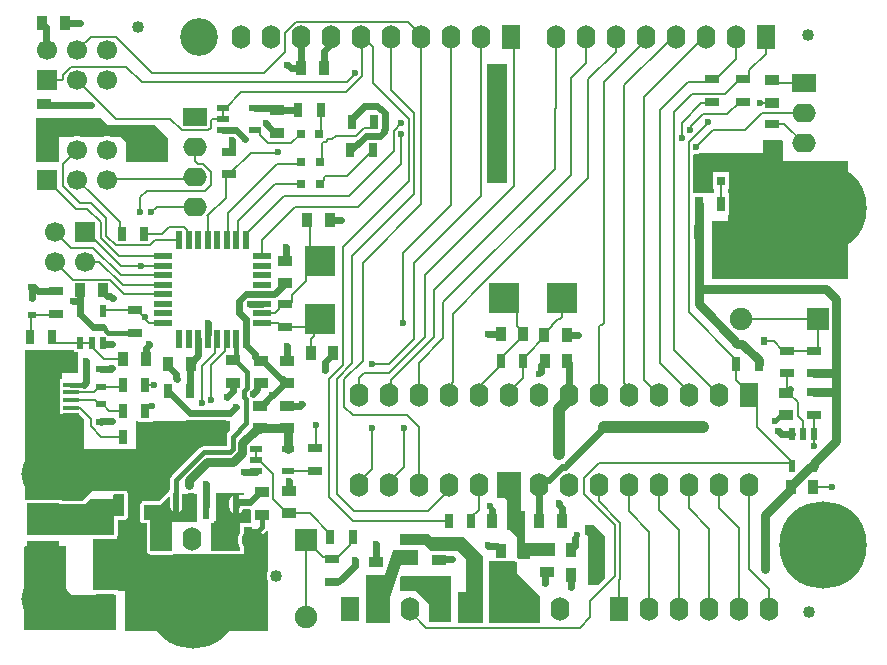
<source format=gtl>
G04*
G04 #@! TF.GenerationSoftware,Altium Limited,Altium Designer,21.3.1 (25)*
G04*
G04 Layer_Physical_Order=1*
G04 Layer_Color=255*
%FSLAX44Y44*%
%MOMM*%
G71*
G04*
G04 #@! TF.SameCoordinates,472AA62F-3F09-4C21-BF2B-41C26AEB2B16*
G04*
G04*
G04 #@! TF.FilePolarity,Positive*
G04*
G01*
G75*
%ADD10C,0.2000*%
%ADD12C,0.2540*%
%ADD13C,0.4000*%
%ADD15R,3.5000X2.2000*%
%ADD16R,0.6000X2.2000*%
%ADD17R,1.2000X0.9000*%
%ADD18R,2.7000X2.0000*%
%ADD19R,1.3000X0.7000*%
%ADD20R,0.7000X1.3000*%
%ADD21R,2.5000X2.6000*%
%ADD22R,2.6000X2.5000*%
%ADD23R,1.0000X0.5500*%
%ADD24R,0.5500X1.0000*%
%ADD25R,1.6000X3.0000*%
%ADD26R,0.8000X0.8000*%
%ADD27R,1.9000X1.9000*%
%ADD28R,1.4000X1.6000*%
%ADD29R,1.3500X0.4000*%
%ADD30R,1.5000X0.5500*%
%ADD31R,0.5500X1.5000*%
%ADD32R,0.6858X0.5588*%
%ADD33R,0.5588X0.6858*%
%ADD34R,0.9000X0.6000*%
%ADD35R,0.9000X1.2000*%
%ADD64R,1.9000X1.9000*%
%ADD65C,1.9000*%
%ADD70C,1.0160*%
%ADD71C,0.6000*%
%ADD72C,0.8000*%
%ADD73C,1.0000*%
%ADD74C,3.2000*%
%ADD75C,4.0000*%
%ADD76O,1.6000X2.0000*%
%ADD77R,1.6000X2.0000*%
%ADD78C,7.4000*%
%ADD79R,1.7000X1.7000*%
%ADD80C,1.7000*%
%ADD81O,2.0000X1.6000*%
%ADD82R,2.0000X1.6000*%
G04:AMPARAMS|DCode=83|XSize=2mm|YSize=1.2mm|CornerRadius=0.36mm|HoleSize=0mm|Usage=FLASHONLY|Rotation=0.000|XOffset=0mm|YOffset=0mm|HoleType=Round|Shape=RoundedRectangle|*
%AMROUNDEDRECTD83*
21,1,2.0000,0.4800,0,0,0.0*
21,1,1.2800,1.2000,0,0,0.0*
1,1,0.7200,0.6400,-0.2400*
1,1,0.7200,-0.6400,-0.2400*
1,1,0.7200,-0.6400,0.2400*
1,1,0.7200,0.6400,0.2400*
%
%ADD83ROUNDEDRECTD83*%
%ADD84C,0.6000*%
G36*
X80250Y432500D02*
X120000D01*
X131500Y421000D01*
Y401250D01*
X96250D01*
Y417000D01*
X91500Y421750D01*
X84219D01*
X81524Y422472D01*
X78496D01*
X75802Y421750D01*
X58818D01*
X56124Y422472D01*
X53096D01*
X50402Y421750D01*
X39250D01*
Y401500D01*
X38500Y400750D01*
X19750D01*
Y437750D01*
X75000D01*
X80250Y432500D01*
D02*
G37*
G36*
X418250Y382750D02*
X401750D01*
Y483750D01*
X418250D01*
Y382750D01*
D02*
G37*
G36*
X652000Y419000D02*
Y401750D01*
X707000D01*
X707250Y401500D01*
Y301750D01*
X592250D01*
Y351250D01*
X605250D01*
X605500Y351500D01*
Y355752D01*
X606194D01*
Y374752D01*
X605500D01*
Y378064D01*
X606566D01*
Y392064D01*
X592566D01*
Y378064D01*
X593750D01*
Y374752D01*
X593194D01*
Y374250D01*
X587194D01*
Y374752D01*
X576308D01*
Y406833D01*
X577307Y407500D01*
X579693D01*
X581899Y408414D01*
X582011Y408526D01*
X635750Y408750D01*
X635500Y409000D01*
Y419250D01*
X651750D01*
X652000Y419000D01*
D02*
G37*
G36*
X51552Y239612D02*
X55250D01*
Y222250D01*
X41750D01*
Y217410D01*
X39860D01*
Y207410D01*
Y200910D01*
Y194410D01*
Y187910D01*
X55717D01*
X60750Y182877D01*
Y158250D01*
X104250D01*
Y181250D01*
X105870D01*
Y180746D01*
X118870D01*
Y181250D01*
X180750D01*
X181423Y181922D01*
X183750D01*
Y172960D01*
X182645Y171855D01*
X181540Y170201D01*
X181152Y168250D01*
Y160348D01*
X162000D01*
X160049Y159960D01*
X158612Y159000D01*
X158500D01*
X135000Y135500D01*
Y135420D01*
X133974Y133885D01*
X133586Y131934D01*
Y123208D01*
X132684D01*
Y121934D01*
X131550Y120800D01*
X131242Y120739D01*
X130250Y120076D01*
X124174Y114000D01*
X110916D01*
X110500Y114000D01*
X110250Y114250D01*
X109750Y113750D01*
X109750Y113023D01*
X108837Y112413D01*
X108174Y111420D01*
X107941Y110250D01*
Y98000D01*
X108174Y96830D01*
X108837Y95837D01*
X109830Y95174D01*
X111000Y94941D01*
X113441D01*
Y71750D01*
X113441Y71750D01*
X113674Y70580D01*
X114337Y69587D01*
X114337Y69587D01*
X114587Y69337D01*
X114750Y69228D01*
Y69000D01*
X115092D01*
X115238Y68902D01*
Y68788D01*
X115409D01*
X115579Y68674D01*
X116750Y68441D01*
X116750Y68441D01*
X134500D01*
X135670Y68674D01*
X135841Y68788D01*
X137238D01*
Y69000D01*
X149307D01*
X151638Y68693D01*
X153969Y69000D01*
X166966D01*
X167080Y68924D01*
X168250Y68691D01*
X168250Y68691D01*
X192500D01*
X193671Y68924D01*
X193784Y69000D01*
X196500D01*
X196250Y69250D01*
Y92191D01*
X201820D01*
X202351Y92297D01*
X202977Y91126D01*
X199955Y88105D01*
X198850Y86451D01*
X198462Y84500D01*
Y80760D01*
X198850Y78809D01*
X199955Y77155D01*
X201609Y76050D01*
X203560Y75662D01*
X205511Y76050D01*
X207165Y77155D01*
X208270Y78809D01*
X208658Y80760D01*
Y82388D01*
X214425Y88155D01*
X214980Y88986D01*
X216250Y88601D01*
Y54554D01*
X215737Y53665D01*
X215186Y51610D01*
Y49482D01*
X215737Y47427D01*
X216250Y46538D01*
Y3750D01*
X95750D01*
X95500Y4000D01*
Y37500D01*
X89232D01*
Y38648D01*
X68250D01*
Y81388D01*
X88724D01*
Y84083D01*
X88826Y84330D01*
X89059Y85500D01*
Y97691D01*
X94250D01*
X94250Y97691D01*
X95421Y97924D01*
X96413Y98587D01*
X96413Y98587D01*
X96663Y98837D01*
X96772Y99000D01*
X97000D01*
Y99342D01*
X97326Y99829D01*
X97559Y101000D01*
X97559Y101000D01*
Y119500D01*
X97326Y120670D01*
X97000Y121158D01*
Y122000D01*
X96158D01*
X95670Y122326D01*
X94500Y122559D01*
X86000D01*
X85816Y122522D01*
X85628Y122536D01*
X85235Y122407D01*
X84830Y122326D01*
X84673Y122221D01*
X84495Y122163D01*
X84306Y122000D01*
X67500D01*
X59559Y114059D01*
X41900D01*
Y114600D01*
X10250D01*
Y241750D01*
X51552D01*
Y239612D01*
D02*
G37*
G36*
X155750Y96250D02*
X134750D01*
X134500Y96000D01*
Y71500D01*
X116750D01*
X116500Y71750D01*
Y98000D01*
X111000D01*
Y110250D01*
X124250D01*
X124500Y110000D01*
X132413Y117913D01*
X133586Y117427D01*
Y109208D01*
X133974Y107257D01*
X135079Y105603D01*
X136733Y104498D01*
X138684Y104110D01*
X140635Y104498D01*
X142289Y105603D01*
X143394Y107257D01*
X143782Y109208D01*
Y120000D01*
X155750D01*
Y96250D01*
D02*
G37*
G36*
X196000Y119065D02*
X189484D01*
X187143Y118599D01*
X185158Y117273D01*
X183832Y115288D01*
X183367Y112947D01*
Y109208D01*
X183832Y106867D01*
X185158Y104882D01*
X187143Y103556D01*
X189484Y103090D01*
X191825Y103556D01*
X193810Y104882D01*
X195111Y106830D01*
X200577D01*
X201820Y106054D01*
Y95250D01*
X193770D01*
X193000Y95250D01*
X192750Y95500D01*
X192500Y95250D01*
X192500Y94187D01*
Y86603D01*
X191912Y85585D01*
X191060Y82406D01*
Y79114D01*
X191912Y75935D01*
X192500Y74917D01*
Y71750D01*
X168250D01*
X167750Y72250D01*
Y95208D01*
X170084D01*
Y96500D01*
X172250D01*
Y120500D01*
X196000D01*
Y119065D01*
D02*
G37*
G36*
X94500Y101000D02*
X94250Y100750D01*
X86000D01*
Y85500D01*
X85896Y85250D01*
X12500D01*
Y110500D01*
X13563Y111000D01*
X61000D01*
X65750Y115750D01*
X85250D01*
Y118541D01*
X86000Y119500D01*
X94500D01*
Y101000D01*
D02*
G37*
G36*
X430750Y105250D02*
X434000D01*
Y78250D01*
X459500D01*
Y67500D01*
X459250Y67250D01*
X437750D01*
Y65000D01*
X437646Y64750D01*
X428594D01*
X427920Y65200D01*
X427250Y65333D01*
Y83500D01*
X421250Y89500D01*
X418500D01*
Y114750D01*
X416750Y116500D01*
X410000D01*
Y138500D01*
X430750D01*
Y105250D01*
D02*
G37*
G36*
X501250Y84000D02*
Y48250D01*
X500500Y47500D01*
X496000Y43000D01*
X486750D01*
Y84250D01*
X486000Y85000D01*
X484750D01*
Y93500D01*
X491750D01*
X501250Y84000D01*
D02*
G37*
G36*
X371500Y11000D02*
X352250D01*
Y26750D01*
X341000Y38000D01*
X328250D01*
Y48990D01*
X328584Y50000D01*
X371500D01*
Y11000D01*
D02*
G37*
G36*
X424910Y62374D02*
X426750D01*
Y52500D01*
X446250Y33000D01*
Y10750D01*
X403500D01*
Y62750D01*
X424910D01*
Y62374D01*
D02*
G37*
G36*
X343000Y59500D02*
X328500D01*
X319500Y32250D01*
Y10750D01*
X299250D01*
Y51250D01*
X315250D01*
X322438Y72500D01*
X343000D01*
Y59500D01*
D02*
G37*
G36*
X355000Y83250D02*
X382000D01*
X398500Y66750D01*
Y10428D01*
X377250D01*
Y36500D01*
X383750D01*
Y64500D01*
X376500Y71750D01*
X354500D01*
X349250Y77000D01*
X328000D01*
Y86000D01*
X352250D01*
X355000Y83250D01*
D02*
G37*
G36*
X45500Y39000D02*
X50000Y34500D01*
X87500D01*
Y7000D01*
Y4750D01*
X9500D01*
Y75000D01*
X10250Y75750D01*
X45500D01*
Y39000D01*
D02*
G37*
D10*
X655574Y208818D02*
Y221894D01*
X248560Y15760D02*
Y80760D01*
X282750Y389000D02*
X305000Y411250D01*
X263206Y385254D02*
Y387512D01*
X264694Y389000D02*
X282750D01*
X260476Y382524D02*
X263206Y385254D01*
Y387512D02*
X264694Y389000D01*
X290812Y423000D02*
X297082Y429270D01*
X303770D01*
X306000Y431500D01*
Y434500D01*
X273680Y423000D02*
X290812D01*
X270680Y420000D02*
X273680Y423000D01*
X267397Y420000D02*
X270680D01*
X265068Y417672D02*
X267397Y420000D01*
X261634Y401970D02*
Y416184D01*
X263122Y417672D02*
X265068D01*
X261634Y416184D02*
X263122Y417672D01*
X322480Y421903D02*
Y427230D01*
X329000Y433750D01*
X285110Y372110D02*
X323000Y410000D01*
Y421383D01*
X322480Y421903D02*
X323000Y421383D01*
X287500Y321500D02*
X339810Y373810D01*
X320548Y461702D02*
X339810Y442440D01*
X304750Y468000D02*
X335270Y437480D01*
X339810Y373810D02*
Y442440D01*
X335270Y384800D02*
Y437480D01*
X279398Y328928D02*
X335270Y384800D01*
X328750Y399250D02*
Y424500D01*
X292250Y362750D02*
X328750Y399250D01*
X572516Y107734D02*
X589788Y90462D01*
Y22606D02*
Y90462D01*
X572516Y107734D02*
Y127762D01*
X547750Y444750D02*
X571534Y468534D01*
X547750Y230594D02*
Y444750D01*
Y230594D02*
X572516Y205828D01*
X534500Y455750D02*
X585226Y506476D01*
X534500Y216578D02*
Y455750D01*
Y216578D02*
X547116Y203962D01*
X497804Y263270D02*
X499262D01*
X500750Y264758D02*
Y468750D01*
X535940Y503940D01*
X499262Y263270D02*
X500750Y264758D01*
X496316Y261782D02*
X497804Y263270D01*
X496316Y203962D02*
Y261782D01*
X521716Y203962D02*
Y209604D01*
X517750Y213570D02*
X521716Y209604D01*
X517750Y213570D02*
Y466000D01*
X473000Y390250D02*
Y472250D01*
X364776Y251746D02*
Y282026D01*
X473000Y390250D01*
X459590Y395090D02*
Y446760D01*
X357000Y292500D02*
X459590Y395090D01*
X357000Y252860D02*
Y292500D01*
X424180Y380680D02*
Y504444D01*
X349000Y305500D02*
X424180Y380680D01*
X349000Y252480D02*
Y305500D01*
X339750Y315000D02*
X396748Y371998D01*
Y506476D01*
X339750Y250850D02*
Y315000D01*
X330200Y323450D02*
X371348Y364598D01*
X330200Y264160D02*
Y323450D01*
X371348Y364598D02*
Y506476D01*
X190644Y336342D02*
Y351144D01*
X222024Y382524D02*
X244476D01*
X190644Y351144D02*
X222024Y382524D01*
X223904Y399154D02*
X242818D01*
X182644Y336342D02*
Y357894D01*
X223904Y399154D01*
X90505Y341955D02*
Y350246D01*
X69908Y370842D02*
X90505Y350246D01*
X69340Y370842D02*
X69908D01*
X57235Y366302D02*
X66448D01*
X78982Y353768D01*
Y338518D02*
Y353768D01*
X90505Y341955D02*
X92354Y340106D01*
X54610Y385572D02*
X69340Y370842D01*
X78982Y338518D02*
X87164Y330336D01*
X90218Y320862D02*
X127164D01*
X74442Y336638D02*
Y350027D01*
X87164Y330336D02*
X116208D01*
X74442Y336638D02*
X90218Y320862D01*
X53578Y361204D02*
X63264D01*
X74442Y350027D01*
X91638Y312862D02*
X108573D01*
X60960Y341884D02*
X68190Y334654D01*
X69846D01*
X91638Y312862D01*
X91561Y304862D02*
X127164D01*
X68169Y328254D02*
X91561Y304862D01*
X50674Y301370D02*
X82156D01*
X35560Y316484D02*
X35560D01*
X73463D02*
X93085Y296862D01*
X49190Y328254D02*
X68169D01*
X60960Y316484D02*
X73463D01*
X82156Y301370D02*
X94664Y288862D01*
X109350Y468500D02*
X219580D01*
X96180Y481670D02*
X109350Y468500D01*
X219580D02*
X219710Y468630D01*
X87290Y507070D02*
X118110Y476250D01*
X212750D02*
X230218Y493718D01*
X118110Y476250D02*
X212750D01*
X229662Y372110D02*
X285110D01*
X238750Y362750D02*
X292250D01*
X211164Y335164D02*
X238750Y362750D01*
X211164Y320862D02*
Y335164D01*
X274250Y120180D02*
X289020Y105410D01*
X274250Y217171D02*
X287500Y230420D01*
X274250Y120180D02*
Y217171D01*
X268000Y116810D02*
X287782Y97028D01*
X268000Y217341D02*
X279398Y228739D01*
X268000Y116810D02*
Y217341D01*
X280750Y193750D02*
X287810Y186690D01*
X280750Y217250D02*
X296250Y232750D01*
X280750Y193750D02*
Y217250D01*
X287500Y230420D02*
Y321500D01*
X296250Y315500D02*
X345948Y365198D01*
X296250Y232750D02*
Y315500D01*
X345948Y365198D02*
Y506476D01*
X575534Y458534D02*
X603314D01*
X560150Y443150D02*
X575534Y458534D01*
X560150Y241728D02*
Y443150D01*
X571534Y468534D02*
X592590D01*
X510540Y494040D02*
Y506476D01*
X487250Y387188D02*
Y470750D01*
X510540Y494040D01*
X473000Y472250D02*
X485140Y484390D01*
Y506476D01*
X400166Y300105D02*
X487250Y387188D01*
X517750Y466000D02*
X553651Y501900D01*
X372500Y214180D02*
Y272438D01*
X400166Y300104D01*
X369316Y203962D02*
X371892Y206537D01*
Y213571D01*
X372500Y214180D01*
X400166Y300104D02*
Y300105D01*
X320120Y215980D02*
X357000Y252860D01*
X318770Y229870D02*
X339750Y250850D01*
X319042Y222523D02*
X349000Y252480D01*
X304380Y229870D02*
X318770D01*
X297866Y222523D02*
X319042D01*
X304250Y230000D02*
X304380Y229870D01*
X320548Y461702D02*
Y506476D01*
X304750Y468000D02*
Y498500D01*
X295148Y506476D02*
X296774D01*
X304750Y498500D01*
X295830Y500152D02*
Y503794D01*
Y473653D02*
Y500152D01*
X287810Y186690D02*
X334010D01*
X592590Y468534D02*
X612140Y488084D01*
X590554Y450498D02*
X591820Y451764D01*
X582998Y450498D02*
X590554D01*
X566420Y421580D02*
Y433920D01*
X582998Y450498D01*
X603314Y458534D02*
X613260Y468480D01*
X597916Y203962D02*
Y203962D01*
X560150Y241728D02*
X597916Y203962D01*
X572230Y417730D02*
X586770Y432270D01*
X588500Y434064D02*
Y435000D01*
X572230Y273440D02*
Y417730D01*
X586770Y432334D02*
X588500Y434064D01*
X586770Y432270D02*
Y432334D01*
X573500Y428250D02*
X574162Y428912D01*
Y431162D01*
X584270Y441270D01*
X459590Y446760D02*
X459740Y446911D01*
X585226Y506476D02*
X586740D01*
X556764Y501900D02*
X561340Y506476D01*
X553651Y501900D02*
X556764D01*
X535940Y503940D02*
Y506476D01*
X450240Y255500D02*
X456930Y262190D01*
X450240Y252500D02*
Y255500D01*
X461505Y267810D02*
X463448D01*
X464936Y269298D01*
Y285750D01*
X456930Y262190D02*
Y263235D01*
X461505Y267810D01*
X459740Y446911D02*
Y506476D01*
X640588Y22606D02*
Y39227D01*
X623316Y56499D02*
Y127762D01*
Y56499D02*
X640588Y39227D01*
X597916Y107834D02*
Y127762D01*
X615188Y22606D02*
Y90562D01*
X597916Y107834D02*
X615188Y90562D01*
X547116Y106634D02*
X564388Y89362D01*
Y22606D02*
Y89362D01*
X547116Y106634D02*
Y127762D01*
X521716Y105284D02*
X538988Y88012D01*
Y22606D02*
Y88012D01*
X521716Y105284D02*
Y127762D01*
X483870Y133254D02*
X496366Y145750D01*
X657308D02*
X659434Y143624D01*
X496366Y145750D02*
X657308D01*
X483870Y119630D02*
Y133254D01*
X509750Y50010D02*
Y93750D01*
X496316Y113604D02*
X514290Y95631D01*
X496316Y113604D02*
Y127762D01*
X483870Y119630D02*
X509750Y93750D01*
X514290Y48130D02*
Y95631D01*
X513588Y47428D02*
X514290Y48130D01*
X513588Y22606D02*
Y47428D01*
X488950Y29210D02*
X509750Y50010D01*
X201588Y408750D02*
X224600D01*
X183388Y390550D02*
X201588Y408750D01*
X224600D02*
X224790Y408940D01*
X180250Y388320D02*
X182480Y390550D01*
X165442Y355942D02*
X180250Y370750D01*
Y388320D01*
X165164Y334862D02*
Y355587D01*
X181164Y334862D02*
X182644Y336342D01*
X242818Y399154D02*
X244476Y400812D01*
X260476D02*
X261634Y401970D01*
X193632Y460000D02*
X282177D01*
X180520Y446888D02*
X193632Y460000D01*
X282177D02*
X295830Y473653D01*
X230218Y493718D02*
Y510284D01*
X239680Y519746D01*
X160000Y196500D02*
Y227875D01*
X171684Y239559D01*
X578500Y413500D02*
X593061Y428061D01*
X620143D02*
X634041Y441960D01*
X593061Y428061D02*
X620143D01*
X169190Y437388D02*
X178270D01*
X54610Y469900D02*
X87122Y437388D01*
X133331D01*
X143077Y427642D01*
X165786D02*
X167702Y429557D01*
Y435900D02*
X169190Y437388D01*
X167702Y429557D02*
Y435900D01*
X143077Y427642D02*
X165786D01*
X566420Y421580D02*
X566500Y421500D01*
X584270Y441270D02*
X604742D01*
X615490Y452018D01*
X572230Y273440D02*
X612800Y232870D01*
X572516Y203962D02*
Y205828D01*
X634041Y441960D02*
X670306D01*
X422148Y506476D02*
X424180Y504444D01*
X279398Y228739D02*
Y328928D01*
X630046Y176404D02*
X657954Y148496D01*
X630046Y176404D02*
Y197232D01*
X657954Y145104D02*
Y148496D01*
X677774Y125476D02*
X678028Y125730D01*
X693420D01*
X205753Y138633D02*
X205956Y138836D01*
X195580Y138430D02*
X195783Y138633D01*
X235332Y416560D02*
X243714Y424942D01*
X209000Y423691D02*
Y426408D01*
X216131Y416560D02*
X235332D01*
X209000Y423691D02*
X216131Y416560D01*
X207520Y427888D02*
X209000Y426408D01*
X107950Y370840D02*
X113665Y376555D01*
X107950Y358140D02*
Y370840D01*
X108573Y312862D02*
X127164D01*
X113665Y376555D02*
X163195D01*
X167702Y381062D02*
Y392780D01*
X154432Y401702D02*
Y413512D01*
Y401702D02*
X156752Y399382D01*
X161100D01*
X167702Y392780D01*
X163195Y376555D02*
X167702Y381062D01*
X81280Y386842D02*
X153162D01*
X121899Y362712D02*
X154432D01*
X116840Y358140D02*
X117327D01*
X80010Y385572D02*
X81280Y386842D01*
X117327Y358140D02*
X121899Y362712D01*
X153162Y386842D02*
X154432Y388112D01*
X126663Y340106D02*
X132189Y345632D01*
X111354Y340106D02*
X126663D01*
X132189Y345632D02*
X145268D01*
X108608Y272108D02*
X115854Y264862D01*
X49610Y192910D02*
X50340Y192180D01*
X57214D01*
X74864Y168402D02*
X93370D01*
X66289Y176977D02*
X74864Y168402D01*
X66289Y176977D02*
Y183105D01*
X57214Y192180D02*
X66289Y183105D01*
X256032Y158598D02*
X256540Y159106D01*
Y177800D01*
X233337Y139217D02*
X255651D01*
X232956Y138836D02*
X233337Y139217D01*
X255651D02*
X256032Y139598D01*
X228950Y106760D02*
X232180Y103530D01*
X220090Y115886D02*
X228950Y107026D01*
X232180Y103530D02*
X251666D01*
X220090Y115886D02*
Y137077D01*
X228950Y106760D02*
Y107026D01*
X205956Y148336D02*
Y157836D01*
Y148336D02*
X207436Y146856D01*
X210310D01*
X220090Y137077D01*
X268884Y83312D02*
Y86312D01*
X251666Y103530D02*
X268884Y86312D01*
X285654Y81082D02*
X287884Y83312D01*
X273764Y64364D02*
X285654Y76254D01*
X270764Y64364D02*
X273764D01*
X285654Y76254D02*
Y81082D01*
X248560Y80760D02*
X262726Y66594D01*
X268534D01*
X270764Y64364D01*
X388468Y97028D02*
Y100028D01*
X394716Y106276D02*
Y127762D01*
X388468Y100028D02*
X394716Y106276D01*
X488950Y15240D02*
Y29210D01*
X480060Y6350D02*
X488950Y15240D01*
X350298Y6350D02*
X480060D01*
X49610Y199410D02*
X69480D01*
X49610Y205910D02*
X68654D01*
X69480Y199410D02*
X73176Y195714D01*
X74676D02*
X76176D01*
X74676Y210432D02*
X91712D01*
X68654Y205910D02*
X73176Y210432D01*
Y195714D02*
X74676D01*
X73176Y210432D02*
X74676D01*
X91712D02*
X93370Y212090D01*
X171684Y249382D02*
X173164Y250862D01*
X171684Y239559D02*
Y249382D01*
X167640Y199390D02*
Y229095D01*
X179684Y241138D01*
X114600Y194310D02*
X118110D01*
X112370Y190246D02*
Y192080D01*
X114600Y194310D01*
X179684Y249382D02*
X181164Y250862D01*
X179684Y241138D02*
Y249382D01*
X112370Y212090D02*
X119380D01*
X81644Y190246D02*
X93370D01*
X76176Y195714D02*
X81644Y190246D01*
X33630Y249842D02*
X35860Y247612D01*
X33630Y249842D02*
Y252730D01*
X35860Y247612D02*
X57302D01*
X66802D01*
X68282Y243258D02*
X77098Y234442D01*
X68282Y243258D02*
Y246132D01*
X66802Y247612D02*
X68282Y246132D01*
X77098Y234442D02*
X93726D01*
X14630Y252730D02*
X15570Y253670D01*
Y270078D02*
X16510Y271018D01*
X15570Y253670D02*
Y270078D01*
X36119Y271729D02*
X36830Y272440D01*
X17221Y271729D02*
X36119D01*
X16510Y271018D02*
X17221Y271729D01*
X76874Y275184D02*
X103378D01*
X76302Y274612D02*
X76874Y275184D01*
X106378D02*
X108608Y272954D01*
X103378Y275184D02*
X106378D01*
X115854Y264862D02*
X127164D01*
X108608Y272108D02*
Y272954D01*
X252628Y251103D02*
X254811Y253286D01*
Y262569D01*
X252628Y239522D02*
Y251103D01*
X254811Y262569D02*
X260350Y268108D01*
X253506Y261264D02*
X260350Y268108D01*
X230886Y261264D02*
X253506D01*
X224288Y264862D02*
X227886Y261264D01*
X211164Y264862D02*
X224288D01*
X227886Y261264D02*
X230886D01*
X251460Y325998D02*
Y349910D01*
X249580Y351790D02*
X251460Y349910D01*
Y325998D02*
X260350Y317108D01*
X236116Y282494D02*
Y287934D01*
X248620Y300438D02*
Y305878D01*
X230886Y280264D02*
X233886D01*
X236116Y282494D01*
Y287934D02*
X248620Y300438D01*
Y305878D02*
X259850Y317108D01*
X260350D01*
X222474Y272862D02*
X225656Y276044D01*
Y278034D02*
X227886Y280264D01*
X230886D01*
X211164Y272862D02*
X222474D01*
X225656Y276044D02*
Y278034D01*
X197164Y339612D02*
X229662Y372110D01*
X189164Y334862D02*
X190644Y336342D01*
X260960Y426188D02*
Y444500D01*
X259714Y424942D02*
X260960Y426188D01*
X205270Y427888D02*
X207520D01*
X35560Y316484D02*
X50674Y301370D01*
X94664Y288862D02*
X127164D01*
X93085Y296862D02*
X127164D01*
X35560Y341884D02*
X49190Y328254D01*
X42840Y380697D02*
X57235Y366302D01*
X29210Y385572D02*
X53578Y361204D01*
X42840Y380697D02*
Y399202D01*
X116208Y330336D02*
X120735Y334862D01*
X42840Y399202D02*
X54610Y410972D01*
X145268Y345632D02*
X147684Y343217D01*
Y336342D02*
X149164Y334862D01*
X147684Y336342D02*
Y343217D01*
X120735Y334862D02*
X141164D01*
X295830Y503794D02*
Y505794D01*
X295148Y506476D02*
X295830Y505794D01*
X285306Y470726D02*
Y471060D01*
X289560Y475314D02*
Y476250D01*
X285306Y471060D02*
X289560Y475314D01*
X219710Y468630D02*
X283210D01*
X285306Y470726D01*
X178270Y446888D02*
X180520D01*
X178270Y437388D02*
Y446888D01*
X239680Y519746D02*
X334678D01*
X345948Y506476D02*
Y508476D01*
X334678Y519746D02*
X345948Y508476D01*
X49735Y481670D02*
X96180D01*
X42840Y474775D02*
X49735Y481670D01*
X42840Y471388D02*
Y474775D01*
X41352Y469900D02*
X42840Y471388D01*
X29210Y469900D02*
X41352D01*
X66380Y507070D02*
X87290D01*
X54610Y495300D02*
X66380Y507070D01*
X432410Y218256D02*
Y232156D01*
X420116Y205962D02*
X432410Y218256D01*
X420116Y203962D02*
Y205962D01*
X435126Y237386D02*
X450240Y252500D01*
X434640Y237386D02*
X435126D01*
X432410Y235156D02*
X434640Y237386D01*
X432410Y232156D02*
Y235156D01*
X397291Y206537D02*
Y213037D01*
X394716Y203962D02*
X397291Y206537D01*
X413410Y229156D02*
Y232156D01*
X397291Y213037D02*
X413410Y229156D01*
Y232156D02*
Y235156D01*
X416026Y237386D02*
X432410Y253770D01*
X415640Y237386D02*
X416026D01*
X413410Y235156D02*
X415640Y237386D01*
X432410Y253770D02*
Y255270D01*
X427166Y262014D02*
Y274520D01*
Y262014D02*
X432410Y256770D01*
X415936Y285750D02*
X427166Y274520D01*
X432410Y255270D02*
Y256770D01*
X664590Y186061D02*
X668934Y181717D01*
X664590Y186061D02*
Y197920D01*
X656820Y205690D02*
X664590Y197920D01*
X655320Y205690D02*
X656820D01*
X668934Y170624D02*
Y181717D01*
X655320Y205690D02*
X655574Y205944D01*
Y221894D01*
X681724Y243378D02*
Y267568D01*
X679494Y241148D02*
X681724Y243378D01*
X678434Y241148D02*
X679494D01*
X678307Y241021D02*
X678434Y241148D01*
X655701Y241021D02*
X678307D01*
X655574Y240894D02*
X655701Y241021D01*
X652574Y240894D02*
X655574D01*
X636270Y248920D02*
X644548D01*
X652574Y240894D01*
X616724Y267568D02*
X681724D01*
X599566Y385064D02*
X599694Y384936D01*
Y365252D02*
Y384936D01*
X669694Y416560D02*
X670306D01*
X653438Y432816D02*
X669694Y416560D01*
X643128Y432816D02*
X653438D01*
X645618Y467360D02*
X670306D01*
X642874Y470104D02*
X645618Y467360D01*
X612800Y229870D02*
Y232870D01*
Y216478D02*
Y229870D01*
Y216478D02*
X623316Y205962D01*
Y203962D02*
Y205962D01*
Y203962D02*
X630046Y197232D01*
X336296Y20352D02*
X350298Y6350D01*
X336296Y20352D02*
Y22352D01*
X197164Y334862D02*
Y339612D01*
X615490Y452018D02*
X618490D01*
X331470Y142716D02*
Y175260D01*
X318516Y129762D02*
X331470Y142716D01*
X318516Y127762D02*
Y129762D01*
X320120Y205566D02*
Y215980D01*
X318516Y203962D02*
X320120Y205566D01*
X343916Y230886D02*
X364776Y251746D01*
X343916Y203962D02*
Y230886D01*
X678434Y170624D02*
Y186842D01*
X678180Y160020D02*
X678307Y160147D01*
Y170497D02*
X678434Y170624D01*
X678307Y160147D02*
Y170497D01*
X632714Y451104D02*
X642874D01*
X632460Y450850D02*
X632714Y451104D01*
X293116Y127762D02*
Y129762D01*
X304386Y141032D01*
Y175260D01*
X293116Y217772D02*
X297866Y222523D01*
X293116Y203962D02*
Y217772D01*
X334010Y186690D02*
X343916Y176784D01*
Y127762D02*
Y176784D01*
X289020Y105410D02*
X351790D01*
X287782Y97028D02*
X369468D01*
X351790Y105410D02*
X369316Y122936D01*
Y127762D01*
X613260Y468480D02*
Y468788D01*
X615490Y471018D01*
X621490D01*
X637540Y492407D02*
Y506476D01*
X623720Y478587D02*
X637540Y492407D01*
X623720Y473248D02*
Y478587D01*
X621490Y471018D02*
X623720Y473248D01*
X612140Y488084D02*
Y506476D01*
D12*
X165164Y355587D02*
G03*
X165442Y355942I-8732J7125D01*
G01*
D13*
X645160Y181610D02*
X650110Y186560D01*
X655038D01*
X655066Y186588D01*
X203560Y80760D02*
Y84500D01*
X210820Y91760D01*
Y102260D01*
X162000Y155250D02*
X183907D01*
X138684Y109208D02*
Y131934D01*
X162000Y155250D01*
X196200Y207369D02*
X198500Y209669D01*
X197750Y179750D02*
Y200021D01*
X196200Y201570D02*
X197750Y200021D01*
X198500Y209669D02*
Y222710D01*
X196200Y201570D02*
Y207369D01*
X186250Y168250D02*
X197750Y179750D01*
X183907Y155250D02*
X186250Y157593D01*
Y168250D01*
X186690Y233020D02*
X188190D01*
X198500Y222710D01*
X189164Y235494D02*
Y250862D01*
X186690Y233020D02*
X189164Y235494D01*
X81137Y256184D02*
X103378D01*
X76071Y261250D02*
X81137Y256184D01*
X49610Y212410D02*
X60010D01*
D15*
X164084Y171208D02*
D03*
D16*
X189484Y109208D02*
D03*
X176784D02*
D03*
X164084D02*
D03*
X151384D02*
D03*
X138684D02*
D03*
D17*
X210820Y121260D02*
D03*
Y102260D02*
D03*
X232410Y175412D02*
D03*
Y194412D02*
D03*
X233680Y103530D02*
D03*
Y122530D02*
D03*
X655066Y205588D02*
D03*
Y186588D02*
D03*
X223774Y444602D02*
D03*
Y425602D02*
D03*
X307340Y43230D02*
D03*
Y62230D02*
D03*
X642874Y470104D02*
D03*
Y451104D02*
D03*
X26924Y430936D02*
D03*
Y449936D02*
D03*
X186690Y233020D02*
D03*
Y214020D02*
D03*
X230886Y298348D02*
D03*
Y317348D02*
D03*
X210058Y232512D02*
D03*
Y213512D02*
D03*
X360934Y45110D02*
D03*
Y64110D02*
D03*
X452628Y53746D02*
D03*
Y72746D02*
D03*
X209804Y175412D02*
D03*
Y194412D02*
D03*
X117602Y104038D02*
D03*
Y123038D02*
D03*
X232410Y213766D02*
D03*
Y232766D02*
D03*
D18*
X25400Y69600D02*
D03*
Y101600D02*
D03*
D19*
X256032Y158598D02*
D03*
Y139598D02*
D03*
X36830Y272440D02*
D03*
Y291440D02*
D03*
X270764Y64364D02*
D03*
Y45364D02*
D03*
X678434Y222148D02*
D03*
Y241148D02*
D03*
Y186842D02*
D03*
Y205842D02*
D03*
X103378Y256184D02*
D03*
Y275184D02*
D03*
X655574Y240894D02*
D03*
Y221894D02*
D03*
X335280Y44348D02*
D03*
Y63348D02*
D03*
Y82296D02*
D03*
Y63296D02*
D03*
X643128Y432816D02*
D03*
Y413816D02*
D03*
X591820Y451764D02*
D03*
Y470764D02*
D03*
X618490Y471018D02*
D03*
Y452018D02*
D03*
X230886Y261264D02*
D03*
Y280264D02*
D03*
X183388Y390550D02*
D03*
Y409550D02*
D03*
D20*
X268884Y83312D02*
D03*
X287884D02*
D03*
X33630Y252730D02*
D03*
X14630D02*
D03*
X432410Y232156D02*
D03*
X413410D02*
D03*
X241960Y444500D02*
D03*
X260960D02*
D03*
X388468Y97028D02*
D03*
X369468D02*
D03*
X112370Y168402D02*
D03*
X93370D02*
D03*
Y190246D02*
D03*
X112370D02*
D03*
Y212090D02*
D03*
X93370D02*
D03*
X111354Y340106D02*
D03*
X92354D02*
D03*
X131216Y207264D02*
D03*
X150216D02*
D03*
X286000Y411250D02*
D03*
X305000D02*
D03*
X306000Y434500D02*
D03*
X287000D02*
D03*
X631800Y229870D02*
D03*
X612800D02*
D03*
X599694Y365252D02*
D03*
X580694D02*
D03*
D21*
X415936Y285750D02*
D03*
X464936D02*
D03*
D22*
X260350Y317108D02*
D03*
Y268108D02*
D03*
D23*
X205956Y157836D02*
D03*
Y148336D02*
D03*
Y138836D02*
D03*
X232956Y157836D02*
D03*
Y138836D02*
D03*
X178270Y446888D02*
D03*
Y437388D02*
D03*
Y427888D02*
D03*
X205270Y446888D02*
D03*
Y427888D02*
D03*
D24*
X57302Y247612D02*
D03*
X66802D02*
D03*
X76302D02*
D03*
X57302Y274612D02*
D03*
X76302D02*
D03*
X678434Y170624D02*
D03*
X668934D02*
D03*
X659434D02*
D03*
X678434Y143624D02*
D03*
X659434D02*
D03*
D25*
X78232Y20648D02*
D03*
Y61648D02*
D03*
X77724Y99388D02*
D03*
Y140388D02*
D03*
D26*
X259714Y424942D02*
D03*
X243714D02*
D03*
X260476Y382524D02*
D03*
X244476D02*
D03*
X260476Y400812D02*
D03*
X244476D02*
D03*
X599566Y385064D02*
D03*
X583566D02*
D03*
D27*
X22860Y187410D02*
D03*
Y211410D02*
D03*
X248560Y80760D02*
D03*
D28*
X47360Y167410D02*
D03*
Y231410D02*
D03*
D29*
X49610Y212410D02*
D03*
Y205910D02*
D03*
Y199410D02*
D03*
Y192910D02*
D03*
Y186410D02*
D03*
D30*
X211164Y264862D02*
D03*
Y272862D02*
D03*
Y280862D02*
D03*
Y288862D02*
D03*
Y296862D02*
D03*
Y304862D02*
D03*
Y312862D02*
D03*
Y320862D02*
D03*
X127164D02*
D03*
Y312862D02*
D03*
Y304862D02*
D03*
Y296862D02*
D03*
Y288862D02*
D03*
Y280862D02*
D03*
Y272862D02*
D03*
Y264862D02*
D03*
D31*
X197164Y334862D02*
D03*
X189164D02*
D03*
X181164D02*
D03*
X173164D02*
D03*
X165164D02*
D03*
X157164D02*
D03*
X149164D02*
D03*
X141164D02*
D03*
Y250862D02*
D03*
X149164D02*
D03*
X157164D02*
D03*
X165164D02*
D03*
X173164D02*
D03*
X181164D02*
D03*
X189164D02*
D03*
X197164D02*
D03*
D32*
X16510Y295402D02*
D03*
Y271018D02*
D03*
D33*
X611886Y248920D02*
D03*
X636270D02*
D03*
D34*
X74676Y180714D02*
D03*
Y195714D02*
D03*
Y225432D02*
D03*
Y210432D02*
D03*
D35*
X271628Y239522D02*
D03*
X252628D02*
D03*
X93726Y234442D02*
D03*
X112726D02*
D03*
X57302Y292100D02*
D03*
X76302D02*
D03*
X658774Y125476D02*
D03*
X677774D02*
D03*
X445922Y97282D02*
D03*
X464922D02*
D03*
X424536Y97028D02*
D03*
X405536D02*
D03*
X244500Y480060D02*
D03*
X263500D02*
D03*
X389534Y48768D02*
D03*
X408534D02*
D03*
X472490Y50800D02*
D03*
X491490D02*
D03*
X469240Y254000D02*
D03*
X450240D02*
D03*
X413410Y255270D02*
D03*
X432410D02*
D03*
X432410Y71374D02*
D03*
X413410D02*
D03*
X469494Y232156D02*
D03*
X450494D02*
D03*
X491592Y72644D02*
D03*
X472592D02*
D03*
X25044Y518668D02*
D03*
X44044D02*
D03*
X268580Y351790D02*
D03*
X249580D02*
D03*
X131826Y229616D02*
D03*
X150826D02*
D03*
X581050Y341630D02*
D03*
X600050D02*
D03*
D64*
X681724Y267568D02*
D03*
D65*
X203560Y80760D02*
D03*
Y15760D02*
D03*
X248560D02*
D03*
X681724Y312568D02*
D03*
X616724D02*
D03*
Y267568D02*
D03*
D70*
X106172Y514858D02*
D03*
X673354Y508000D02*
D03*
X673862Y20066D02*
D03*
X223266Y50546D02*
D03*
D71*
X189484Y112947D02*
X200577D01*
X200660Y113030D01*
X209320Y121260D02*
X210820D01*
X201090Y113030D02*
X209320Y121260D01*
X189484Y109208D02*
Y112947D01*
X200660Y113030D02*
X201090D01*
X163957Y109335D02*
X164084Y109208D01*
X163957Y109335D02*
Y128143D01*
X163830Y128270D02*
X163957Y128143D01*
X270764Y45364D02*
X271264Y45864D01*
X276496D01*
X289560Y58928D02*
Y63500D01*
X276496Y45864D02*
X289560Y58928D01*
X287000Y434500D02*
Y437500D01*
X297765Y448265D01*
X308485D02*
X310750Y446000D01*
X297765Y448265D02*
X308485D01*
X311571Y446000D02*
X314953Y442618D01*
Y428401D02*
Y442618D01*
X310750Y446000D02*
X311571D01*
X286650Y410800D02*
X292750Y416900D01*
Y416071D02*
Y416900D01*
X299429Y422750D02*
X311321D01*
X292750Y416071D02*
X299429Y422750D01*
X311321D02*
X314500Y425929D01*
Y427948D01*
X314953Y428401D01*
X469494Y232156D02*
X470916Y230734D01*
Y200568D02*
Y230734D01*
X467262Y142762D02*
X501030Y176530D01*
X465531Y142762D02*
X467262D01*
X449429Y131675D02*
X454445D01*
X465531Y142762D01*
X445516Y127762D02*
X449429Y131675D01*
X214250Y434250D02*
X215270Y433230D01*
Y432606D02*
Y433230D01*
Y432606D02*
X222274Y425602D01*
X223774D01*
X211414Y289112D02*
X221650D01*
X227886Y296848D02*
X229386Y298348D01*
X230886D01*
X221650Y289112D02*
X227886Y295348D01*
Y296848D01*
X201000Y280750D02*
X211052D01*
X211164Y280862D01*
Y288862D02*
X211414Y289112D01*
X191850Y272836D02*
Y283267D01*
X197445Y288862D02*
X211164D01*
X191850Y283267D02*
X197445Y288862D01*
X191850Y272836D02*
X197164Y267523D01*
X165132Y255362D02*
Y264128D01*
X152326Y232616D02*
X157164Y237454D01*
Y250862D01*
X152326Y231116D02*
Y232616D01*
X150521Y229311D02*
X152326Y231116D01*
X207058Y208328D02*
Y212012D01*
X203200Y204470D02*
X207058Y208328D01*
Y212012D02*
X208558Y213512D01*
X150440Y188040D02*
X184230D01*
X189230Y193040D01*
X131216Y207264D02*
X150440Y188040D01*
X150216Y207264D02*
X150521Y207569D01*
Y229311D01*
X131826Y228116D02*
X138367Y221575D01*
X131826Y228116D02*
Y229616D01*
X138367Y217883D02*
Y221575D01*
Y217883D02*
X138750Y217500D01*
X197164Y250862D02*
Y267523D01*
Y246112D02*
Y250862D01*
X131826Y229616D02*
Y231116D01*
X57302Y272362D02*
X68414Y261250D01*
X76071D01*
X57302Y272362D02*
Y274612D01*
X445516Y97688D02*
Y127762D01*
X26924Y449936D02*
X27360Y449500D01*
X66000D01*
X82534Y287370D02*
X84154Y285750D01*
X76302Y290600D02*
Y292100D01*
Y290600D02*
X79532Y287370D01*
X82534D01*
X84154Y285750D02*
X85090D01*
X447264Y223410D02*
Y228926D01*
X450494Y232156D01*
X469240Y254000D02*
X478790D01*
X402590Y255270D02*
X413410D01*
X112726Y243294D02*
X115570Y246138D01*
X112726Y234442D02*
Y243294D01*
X115570Y246138D02*
Y246380D01*
X165100Y264160D02*
X165132Y264128D01*
X186690Y207010D02*
Y214020D01*
X181610Y201930D02*
X186690Y207010D01*
X208558Y213512D02*
X210058D01*
X244174Y195580D02*
X245110D01*
X232410Y194412D02*
X243006D01*
X244174Y195580D01*
X264822Y231216D02*
X271628Y238022D01*
Y239522D01*
X264822Y225452D02*
Y231216D01*
X264160Y224790D02*
X264822Y225452D01*
X232410Y232766D02*
Y245110D01*
X231140Y317602D02*
Y328930D01*
X230886Y317348D02*
X231140Y317602D01*
X268580Y351790D02*
X278130D01*
X269748Y500834D02*
Y506476D01*
X263500Y494586D02*
X269748Y500834D01*
X263500Y480060D02*
Y494586D01*
X178270Y427888D02*
X189332D01*
X196850Y420370D01*
X44552Y518160D02*
X57150D01*
X44044Y518668D02*
X44552Y518160D01*
X655066Y205588D02*
X658296Y208818D01*
X647700Y172720D02*
X648636D01*
X650732Y170624D01*
X659434D01*
X475822Y75874D02*
Y82456D01*
X472592Y72644D02*
X475822Y75874D01*
X462280Y110824D02*
Y111760D01*
X464922Y97282D02*
Y108182D01*
X462280Y110824D02*
X464922Y108182D01*
X402686Y76104D02*
X410180D01*
X402590Y76200D02*
X402686Y76104D01*
X413410Y71374D02*
Y72874D01*
X410180Y76104D02*
X413410Y72874D01*
X405536Y97028D02*
Y106608D01*
X360934Y64110D02*
X361594Y64770D01*
X372110D01*
X307340Y62230D02*
Y77470D01*
X195783Y138633D02*
X205753D01*
X233680Y122530D02*
Y130810D01*
X76302Y247612D02*
X77534Y246380D01*
X83820D01*
X74990Y225746D02*
X83506D01*
X74676Y225432D02*
X74990Y225746D01*
X83506D02*
X83820Y226060D01*
X75124Y181162D02*
X83372D01*
X74676Y180714D02*
X75124Y181162D01*
X83372D02*
X83820Y181610D01*
X28274Y496236D02*
Y515438D01*
Y496236D02*
X29210Y495300D01*
X25044Y518668D02*
X28274Y515438D01*
X233680Y444500D02*
X241960D01*
X223876D02*
X233680D01*
X223774Y444602D02*
X223876Y444500D01*
X205270Y446888D02*
X221488D01*
X223774Y444602D01*
X183388Y409550D02*
X185420Y411582D01*
Y419100D01*
X16510Y285750D02*
Y295402D01*
X21107Y291440D02*
X36830D01*
X17145Y295402D02*
X21107Y291440D01*
X16510Y295402D02*
X17145D01*
X57302Y283356D02*
Y292100D01*
Y274612D02*
Y283356D01*
X50800Y283210D02*
X50946Y283356D01*
X57302D01*
Y292100D02*
X57302Y292100D01*
X472440Y50750D02*
X472490Y50800D01*
X472440Y40640D02*
Y50750D01*
X450850Y44450D02*
Y51968D01*
X452628Y53746D01*
X219710Y203200D02*
X220344D01*
X230910Y213766D01*
X214786Y197894D02*
Y198276D01*
X230910Y213766D02*
X232410D01*
X214786Y198276D02*
X219710Y203200D01*
X209804Y194412D02*
X211304D01*
X214786Y197894D01*
X229180Y216996D02*
X232410Y213766D01*
X211558Y232512D02*
X227074Y216996D01*
X229180D01*
X210058Y232512D02*
X211558D01*
X208558D02*
X210058D01*
X197164Y246112D02*
X205328Y237948D01*
Y235742D02*
Y237948D01*
Y235742D02*
X208558Y232512D01*
X62230Y220980D02*
Y232410D01*
Y214630D02*
Y220980D01*
X60010Y212410D02*
X62230Y214630D01*
X241843Y503971D02*
X244348Y506476D01*
Y480212D02*
X244500Y480060D01*
X235886D02*
X244500D01*
X233346Y482600D02*
X235886Y480060D01*
X232410Y482600D02*
Y482600D01*
X244348Y480212D02*
Y506476D01*
X232410Y482600D02*
X233346D01*
X445516Y97688D02*
X445922Y97282D01*
D72*
X149606Y131356D02*
X164758Y146508D01*
X149606Y127762D02*
Y131356D01*
X658774Y125476D02*
Y126976D01*
Y123976D02*
Y125476D01*
X637000Y67500D02*
Y102202D01*
Y56500D02*
Y67500D01*
Y102202D02*
X658774Y123976D01*
X659274Y127476D02*
X660226D01*
X675374Y142624D02*
X677434D01*
X678434Y145874D02*
X697230Y164670D01*
X658774Y126976D02*
X659274Y127476D01*
X660226D02*
X675374Y142624D01*
X677434D02*
X678434Y143624D01*
X164758Y146508D02*
X186479D01*
X194584Y154613D02*
Y162699D01*
X186479Y146508D02*
X194584Y154613D01*
X206797Y174912D02*
X209304D01*
X194584Y162699D02*
X206797Y174912D01*
X209304D02*
X209804Y175412D01*
X232410D01*
X232956Y157836D02*
Y174866D01*
X232410Y175412D02*
X232956Y174866D01*
X697230Y205740D02*
Y222250D01*
Y164670D02*
Y205740D01*
X697128Y205842D02*
X697230Y205740D01*
X678434Y205842D02*
X697128D01*
X697230Y222250D02*
Y284480D01*
X678434Y222148D02*
X697128D01*
X697230Y222250D01*
X581050Y293370D02*
Y341630D01*
Y280391D02*
Y293370D01*
X688340D02*
X697230Y284480D01*
X581050Y293370D02*
X688340D01*
X580694Y341986D02*
Y365252D01*
Y341986D02*
X581050Y341630D01*
Y280391D02*
X611886Y249555D01*
Y248920D02*
Y249555D01*
Y248285D02*
Y248920D01*
X617909Y246761D02*
X631800Y232870D01*
X613410Y246761D02*
X617909D01*
X611886Y248285D02*
X613410Y246761D01*
X631800Y229870D02*
Y232870D01*
D73*
X501030Y176530D02*
X584200D01*
X462280Y153670D02*
Y191932D01*
X470916Y200568D01*
D74*
X157988Y506476D02*
D03*
D75*
X27178Y136906D02*
D03*
Y30734D02*
D03*
D76*
X193548Y506476D02*
D03*
X218948D02*
D03*
X244348D02*
D03*
X269748D02*
D03*
X295148D02*
D03*
X345948D02*
D03*
X371348D02*
D03*
X396748D02*
D03*
X320548D02*
D03*
X535940D02*
D03*
X612140D02*
D03*
X586740D02*
D03*
X561340D02*
D03*
X510540D02*
D03*
X485140D02*
D03*
X459740D02*
D03*
X387096Y22352D02*
D03*
X310896D02*
D03*
X336296D02*
D03*
X361696D02*
D03*
X412496D02*
D03*
X437896D02*
D03*
X463296D02*
D03*
X615188Y22606D02*
D03*
X538988D02*
D03*
X564388D02*
D03*
X589788D02*
D03*
X640588D02*
D03*
X177038Y81788D02*
D03*
X151638D02*
D03*
X318516Y127762D02*
D03*
X293116D02*
D03*
X343916D02*
D03*
X369316D02*
D03*
X394716D02*
D03*
X420116D02*
D03*
X445516D02*
D03*
X470916D02*
D03*
X496316D02*
D03*
X521716D02*
D03*
X547116D02*
D03*
X572516D02*
D03*
X597916D02*
D03*
X623316D02*
D03*
X293116Y203962D02*
D03*
X318516D02*
D03*
X343916D02*
D03*
X369316D02*
D03*
X394716D02*
D03*
X420116D02*
D03*
X445516D02*
D03*
X470916D02*
D03*
X496316D02*
D03*
X521716D02*
D03*
X547116D02*
D03*
X572516D02*
D03*
X597916D02*
D03*
D77*
X422148Y506476D02*
D03*
X637540D02*
D03*
X285496Y22352D02*
D03*
X513588Y22606D02*
D03*
X126238Y81788D02*
D03*
X623316Y203962D02*
D03*
D78*
X152400Y25400D02*
D03*
X685800Y76200D02*
D03*
Y361950D02*
D03*
D79*
X29210Y469900D02*
D03*
Y385572D02*
D03*
X60960Y341884D02*
D03*
D80*
X54610Y469900D02*
D03*
X80010D02*
D03*
X29210Y495300D02*
D03*
X54610D02*
D03*
X80010D02*
D03*
X54610Y385572D02*
D03*
X80010D02*
D03*
X29210Y410972D02*
D03*
X54610D02*
D03*
X80010D02*
D03*
X35560Y341884D02*
D03*
X60960Y316484D02*
D03*
X35560D02*
D03*
D81*
X154432Y362712D02*
D03*
Y388112D02*
D03*
Y413512D02*
D03*
X670306Y416560D02*
D03*
Y441960D02*
D03*
D82*
X154432Y438912D02*
D03*
X670306Y467360D02*
D03*
D83*
X22860Y166410D02*
D03*
Y232410D02*
D03*
D84*
X200660Y113030D02*
D03*
X149606Y127762D02*
D03*
X163830Y128270D02*
D03*
X314953Y428401D02*
D03*
X329000Y433750D02*
D03*
X328750Y424500D02*
D03*
X131500Y169250D02*
D03*
X98000Y142250D02*
D03*
X107250Y142500D02*
D03*
X116750D02*
D03*
X124750D02*
D03*
X141500Y161000D02*
D03*
Y169250D02*
D03*
X141750Y177500D02*
D03*
X414500Y471750D02*
D03*
X414250Y480750D02*
D03*
X405500Y480500D02*
D03*
X414500Y386750D02*
D03*
X405000D02*
D03*
X414500Y396000D02*
D03*
X330200Y264160D02*
D03*
X304250Y230000D02*
D03*
X331000Y64000D02*
D03*
X580000Y382750D02*
D03*
Y392000D02*
D03*
X637000Y56500D02*
D03*
Y67500D02*
D03*
X414500Y57750D02*
D03*
X407000D02*
D03*
X323000Y64000D02*
D03*
X119750Y409500D02*
D03*
X127250Y414250D02*
D03*
X127000Y405130D02*
D03*
X214250Y434250D02*
D03*
X201000Y280750D02*
D03*
X160000Y196500D02*
D03*
X573500Y428250D02*
D03*
X566500Y421500D02*
D03*
X588500Y435000D02*
D03*
X578500Y413500D02*
D03*
X66000Y449500D02*
D03*
X85090Y285750D02*
D03*
X405130Y396240D02*
D03*
X405000Y471500D02*
D03*
X580390Y401320D02*
D03*
X445770Y220980D02*
D03*
X478790Y254000D02*
D03*
X402590Y255270D02*
D03*
X115570Y246380D02*
D03*
X138750Y217500D02*
D03*
X165100Y264160D02*
D03*
X181610Y201930D02*
D03*
X203200Y204470D02*
D03*
X245110Y195580D02*
D03*
X264160Y224790D02*
D03*
X232410Y245110D02*
D03*
X231140Y328930D02*
D03*
X278130Y351790D02*
D03*
X196850Y420370D02*
D03*
X57150Y518160D02*
D03*
X645160Y181610D02*
D03*
X647700Y172720D02*
D03*
X693420Y125730D02*
D03*
X477520Y85090D02*
D03*
X462280Y111760D02*
D03*
X422910Y57150D02*
D03*
X402590Y76200D02*
D03*
X403860Y109220D02*
D03*
X372110Y64770D02*
D03*
X307340Y77470D02*
D03*
X195580Y138430D02*
D03*
X233680Y130810D02*
D03*
X83820Y246380D02*
D03*
Y226060D02*
D03*
Y181610D02*
D03*
X233680Y444500D02*
D03*
X185420Y419100D02*
D03*
X16510Y285750D02*
D03*
X50800Y283210D02*
D03*
X289560Y63500D02*
D03*
X472440Y40640D02*
D03*
X450850Y44450D02*
D03*
X107950Y358140D02*
D03*
X108573Y312862D02*
D03*
X111760Y269240D02*
D03*
X116840Y358140D02*
D03*
X256540Y177800D02*
D03*
X488950Y88900D02*
D03*
X462280Y153670D02*
D03*
X219710Y203200D02*
D03*
X189230Y193040D02*
D03*
X90170Y115570D02*
D03*
Y105410D02*
D03*
X62230Y220980D02*
D03*
Y232410D02*
D03*
X167640Y199390D02*
D03*
X118110Y194310D02*
D03*
X119380Y212090D02*
D03*
X289560Y476250D02*
D03*
X584200Y176530D02*
D03*
X232410Y482600D02*
D03*
X224790Y408940D02*
D03*
X331470Y175260D02*
D03*
X678180Y160020D02*
D03*
X632460Y450850D02*
D03*
X304386Y175260D02*
D03*
M02*

</source>
